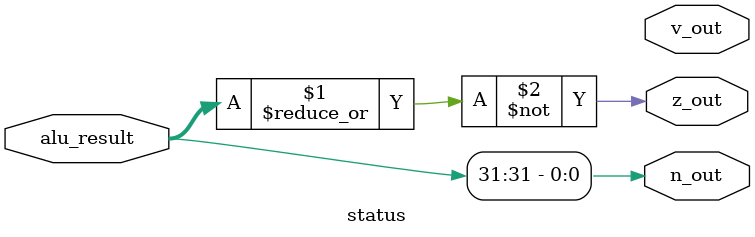
<source format=v>
module status(n_out, z_out, v_out, alu_result);
input [31:0] alu_result;
output n_out, z_out, v_out;
assign z_out = ~(|alu_result);
assign n_out = alu_result[31];


// create v out
endmodule

</source>
